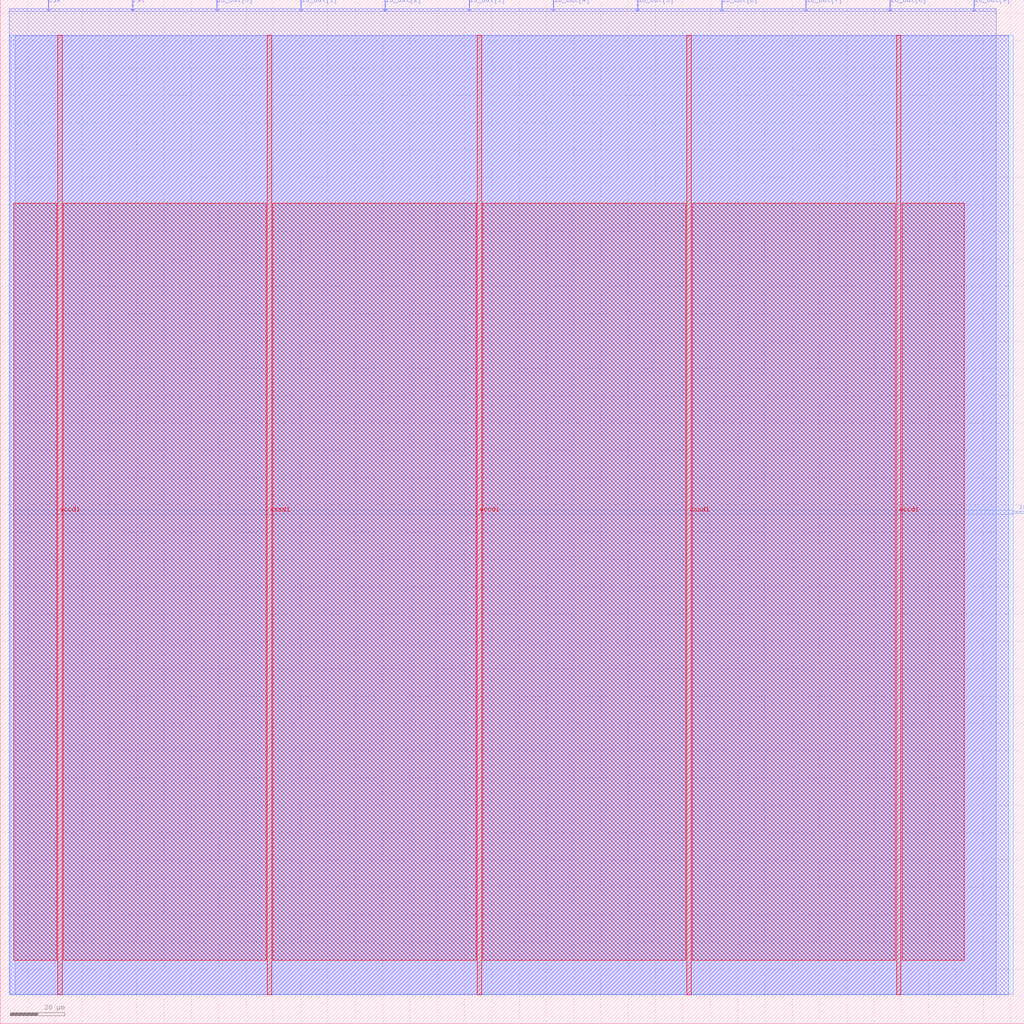
<source format=lef>
VERSION 5.7 ;
  NOWIREEXTENSIONATPIN ON ;
  DIVIDERCHAR "/" ;
  BUSBITCHARS "[]" ;
MACRO wrapped_vgatest
  CLASS BLOCK ;
  FOREIGN wrapped_vgatest ;
  ORIGIN 0.000 0.000 ;
  SIZE 375.000 BY 375.000 ;
  PIN clk
    DIRECTION INPUT ;
    USE SIGNAL ;
    PORT
      LAYER met2 ;
        RECT 17.570 371.000 17.850 375.000 ;
    END
  END clk
  PIN io_in
    DIRECTION INPUT ;
    USE SIGNAL ;
    PORT
      LAYER met3 ;
        RECT 371.000 187.040 375.000 187.640 ;
    END
  END io_in
  PIN io_out[0]
    DIRECTION OUTPUT TRISTATE ;
    USE SIGNAL ;
    PORT
      LAYER met2 ;
        RECT 79.210 371.000 79.490 375.000 ;
    END
  END io_out[0]
  PIN io_out[1]
    DIRECTION OUTPUT TRISTATE ;
    USE SIGNAL ;
    PORT
      LAYER met2 ;
        RECT 110.030 371.000 110.310 375.000 ;
    END
  END io_out[1]
  PIN io_out[2]
    DIRECTION OUTPUT TRISTATE ;
    USE SIGNAL ;
    PORT
      LAYER met2 ;
        RECT 140.850 371.000 141.130 375.000 ;
    END
  END io_out[2]
  PIN io_out[3]
    DIRECTION OUTPUT TRISTATE ;
    USE SIGNAL ;
    PORT
      LAYER met2 ;
        RECT 171.670 371.000 171.950 375.000 ;
    END
  END io_out[3]
  PIN io_out[4]
    DIRECTION OUTPUT TRISTATE ;
    USE SIGNAL ;
    PORT
      LAYER met2 ;
        RECT 202.490 371.000 202.770 375.000 ;
    END
  END io_out[4]
  PIN io_out[5]
    DIRECTION OUTPUT TRISTATE ;
    USE SIGNAL ;
    PORT
      LAYER met2 ;
        RECT 233.310 371.000 233.590 375.000 ;
    END
  END io_out[5]
  PIN io_out[6]
    DIRECTION OUTPUT TRISTATE ;
    USE SIGNAL ;
    PORT
      LAYER met2 ;
        RECT 264.130 371.000 264.410 375.000 ;
    END
  END io_out[6]
  PIN io_out[7]
    DIRECTION OUTPUT TRISTATE ;
    USE SIGNAL ;
    PORT
      LAYER met2 ;
        RECT 294.950 371.000 295.230 375.000 ;
    END
  END io_out[7]
  PIN io_out[8]
    DIRECTION OUTPUT TRISTATE ;
    USE SIGNAL ;
    PORT
      LAYER met2 ;
        RECT 325.770 371.000 326.050 375.000 ;
    END
  END io_out[8]
  PIN io_out[9]
    DIRECTION OUTPUT TRISTATE ;
    USE SIGNAL ;
    PORT
      LAYER met2 ;
        RECT 356.590 371.000 356.870 375.000 ;
    END
  END io_out[9]
  PIN rst
    DIRECTION INPUT ;
    USE SIGNAL ;
    PORT
      LAYER met2 ;
        RECT 48.390 371.000 48.670 375.000 ;
    END
  END rst
  PIN vccd1
    DIRECTION INOUT ;
    USE POWER ;
    PORT
      LAYER met4 ;
        RECT 21.040 10.640 22.640 362.000 ;
    END
    PORT
      LAYER met4 ;
        RECT 174.640 10.640 176.240 362.000 ;
    END
    PORT
      LAYER met4 ;
        RECT 328.240 10.640 329.840 362.000 ;
    END
  END vccd1
  PIN vssd1
    DIRECTION INOUT ;
    USE GROUND ;
    PORT
      LAYER met4 ;
        RECT 97.840 10.640 99.440 362.000 ;
    END
    PORT
      LAYER met4 ;
        RECT 251.440 10.640 253.040 362.000 ;
    END
  END vssd1
  OBS
      LAYER li1 ;
        RECT 5.520 10.795 369.380 361.845 ;
      LAYER met1 ;
        RECT 3.290 10.640 369.380 362.000 ;
      LAYER met2 ;
        RECT 3.320 370.720 17.290 371.690 ;
        RECT 18.130 370.720 48.110 371.690 ;
        RECT 48.950 370.720 78.930 371.690 ;
        RECT 79.770 370.720 109.750 371.690 ;
        RECT 110.590 370.720 140.570 371.690 ;
        RECT 141.410 370.720 171.390 371.690 ;
        RECT 172.230 370.720 202.210 371.690 ;
        RECT 203.050 370.720 233.030 371.690 ;
        RECT 233.870 370.720 263.850 371.690 ;
        RECT 264.690 370.720 294.670 371.690 ;
        RECT 295.510 370.720 325.490 371.690 ;
        RECT 326.330 370.720 356.310 371.690 ;
        RECT 357.150 370.720 364.680 371.690 ;
        RECT 3.320 10.695 364.680 370.720 ;
      LAYER met3 ;
        RECT 3.745 188.040 371.000 361.925 ;
        RECT 3.745 186.640 370.600 188.040 ;
        RECT 3.745 10.715 371.000 186.640 ;
      LAYER met4 ;
        RECT 4.895 23.295 20.640 300.385 ;
        RECT 23.040 23.295 97.440 300.385 ;
        RECT 99.840 23.295 174.240 300.385 ;
        RECT 176.640 23.295 251.040 300.385 ;
        RECT 253.440 23.295 327.840 300.385 ;
        RECT 330.240 23.295 352.985 300.385 ;
  END
END wrapped_vgatest
END LIBRARY


</source>
